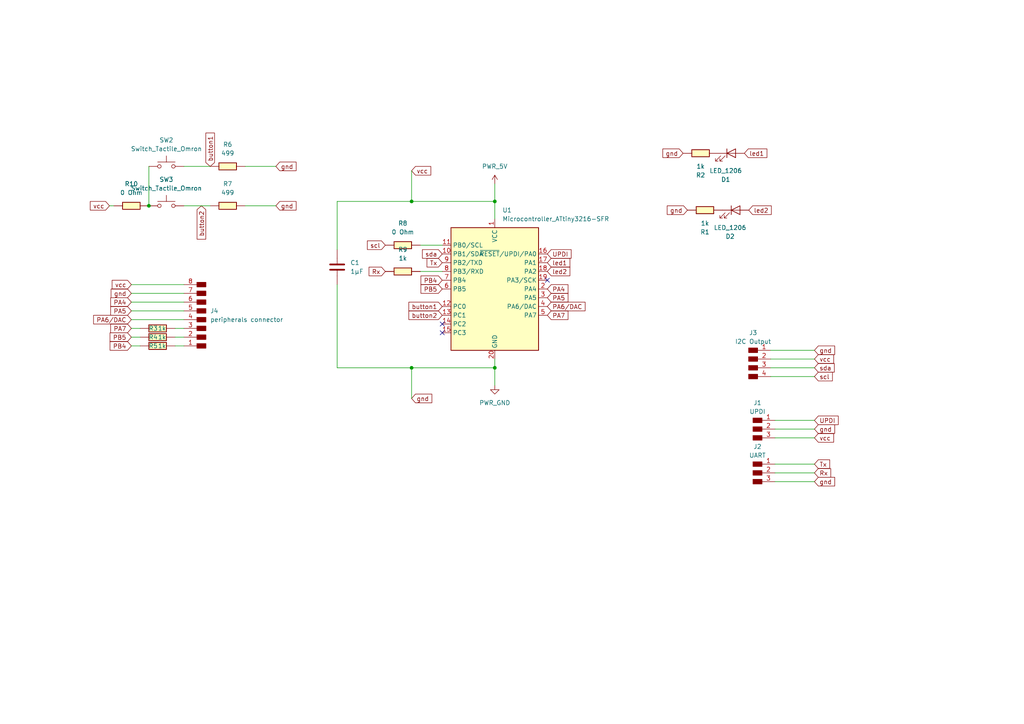
<source format=kicad_sch>
(kicad_sch (version 20231120) (generator "eeschema") (generator_version "8.0")
  (paper "A4")
  (lib_symbols
    (symbol "Fabac:C_1206" (pin_numbers hide)
      (property "Reference" "C" (at 0.635 2.54 0))
      (property "Value" "C_1206" (at 0.635 -2.54 0))
      (symbol "C_1206_0_1"
        (polyline (pts (xy -2.032 -0.762) (xy 2.032 -0.762)) (stroke (width 0.508)))
        (polyline (pts (xy -2.032 0.762) (xy 2.032 0.762)) (stroke (width 0.508)))
        (polyline (pts (xy 0 -0.635) (xy 0 -2.54)))
        (polyline (pts (xy 0 0.635) (xy 0 2.54)))
      )
      (symbol "C_1206_1_1"
        (pin passive line (at 0 5.08 270) (length 2.54) (name "~") (number "1"))
        (pin passive line (at 0 -5.08 90) (length 2.54) (name "~") (number "2"))
      )
    )
    (symbol "Fabac:Conn_PinHeader_1x03_P2.54mm_Horizontal_SMD" (pin_names hide)
      (property "Reference" "J" (at 0 5.08 0))
      (property "Value" "Conn_PinHeader_1x03_P2.54mm_Horizontal_SMD" (at 0 -5.08 0))
      (symbol "Conn_PinHeader_1x03_P2.54mm_Horizontal_SMD_1_1"
        (rectangle (start -1.27 -1.905) (end 1.27 -3.175) (stroke (width 0.254)) (fill (type outline)))
        (rectangle (start -1.27 0.635) (end 1.27 -0.635) (stroke (width 0.254)) (fill (type outline)))
        (rectangle (start -1.27 3.175) (end 1.27 1.905) (stroke (width 0.254)) (fill (type outline)))
        (pin passive line (at 5.08 2.54 180) (length 3.81) (name "Pin_1") (number "1"))
        (pin passive line (at 5.08 0 180) (length 3.81) (name "Pin_2") (number "2"))
        (pin passive line (at 5.08 -2.54 180) (length 3.81) (name "Pin_3") (number "3"))
      )
    )
    (symbol "Fabac:Conn_PinHeader_1x04_P2.54mm_Horizontal_SMD" (pin_names hide)
      (property "Reference" "J" (at 0 5.08 0))
      (property "Value" "Conn_PinHeader_1x04_P2.54mm_Horizontal_SMD" (at 0 -7.62 0))
      (symbol "Conn_PinHeader_1x04_P2.54mm_Horizontal_SMD_1_1"
        (rectangle (start -1.27 -4.445) (end 1.27 -5.715) (stroke (width 0.254)) (fill (type outline)))
        (rectangle (start -1.27 -1.905) (end 1.27 -3.175) (stroke (width 0.254)) (fill (type outline)))
        (rectangle (start -1.27 0.635) (end 1.27 -0.635) (stroke (width 0.254)) (fill (type outline)))
        (rectangle (start -1.27 3.175) (end 1.27 1.905) (stroke (width 0.254)) (fill (type outline)))
        (pin passive line (at 5.08 2.54 180) (length 3.81) (name "Pin_1") (number "1"))
        (pin passive line (at 5.08 0 180) (length 3.81) (name "Pin_2") (number "2"))
        (pin passive line (at 5.08 -2.54 180) (length 3.81) (name "Pin_3") (number "3"))
        (pin passive line (at 5.08 -5.08 180) (length 3.81) (name "Pin_4") (number "4"))
      )
    )
    (symbol "Fabac:Conn_PinHeader_1x08_P2.54mm_Vertical_THT_D1.4mm" (pin_names hide)
      (property "Reference" "J" (at 0 10.16 0))
      (property "Value" "Conn_PinHeader_1x08_P2.54mm_Vertical_THT_D1.4mm" (at 0 -12.7 0))
      (symbol "Conn_PinHeader_1x08_P2.54mm_Vertical_THT_D1.4mm_1_1"
        (rectangle (start -1.27 -9.525) (end 1.27 -10.795) (stroke (width 0.254)) (fill (type outline)))
        (rectangle (start -1.27 -6.985) (end 1.27 -8.255) (stroke (width 0.254)) (fill (type outline)))
        (rectangle (start -1.27 -4.445) (end 1.27 -5.715) (stroke (width 0.254)) (fill (type outline)))
        (rectangle (start -1.27 -1.905) (end 1.27 -3.175) (stroke (width 0.254)) (fill (type outline)))
        (rectangle (start -1.27 0.635) (end 1.27 -0.635) (stroke (width 0.254)) (fill (type outline)))
        (rectangle (start -1.27 3.175) (end 1.27 1.905) (stroke (width 0.254)) (fill (type outline)))
        (rectangle (start -1.27 5.715) (end 1.27 4.445) (stroke (width 0.254)) (fill (type outline)))
        (rectangle (start -1.27 8.255) (end 1.27 6.985) (stroke (width 0.254)) (fill (type outline)))
        (pin passive line (at 5.08 7.62 180) (length 3.81) (name "Pin_1") (number "1"))
        (pin passive line (at 5.08 5.08 180) (length 3.81) (name "Pin_2") (number "2"))
        (pin passive line (at 5.08 2.54 180) (length 3.81) (name "Pin_3") (number "3"))
        (pin passive line (at 5.08 0 180) (length 3.81) (name "Pin_4") (number "4"))
        (pin passive line (at 5.08 -2.54 180) (length 3.81) (name "Pin_5") (number "5"))
        (pin passive line (at 5.08 -5.08 180) (length 3.81) (name "Pin_6") (number "6"))
        (pin passive line (at 5.08 -7.62 180) (length 3.81) (name "Pin_7") (number "7"))
        (pin passive line (at 5.08 -10.16 180) (length 3.81) (name "Pin_8") (number "8"))
      )
    )
    (symbol "Fabac:LED_1206" (pin_numbers hide) (pin_names (offset 1.016) hide)
      (property "Reference" "D" (at 0 2.54 0))
      (property "Value" "LED_1206" (at 0 -2.54 0))
      (symbol "LED_1206_0_1"
        (polyline (pts (xy -1.27 -1.27) (xy -1.27 1.27)) (stroke (width 0.2032)))
        (polyline (pts (xy -1.27 0) (xy 1.27 0)))
        (polyline (pts (xy 1.27 -1.27) (xy 1.27 1.27) (xy -1.27 0) (xy 1.27 -1.27)) (stroke (width 0.2032)))
        (polyline (pts (xy -3.048 -0.762) (xy -4.572 -2.286) (xy -3.81 -2.286) (xy -4.572 -2.286) (xy -4.572 -1.524)))
        (polyline (pts (xy -1.778 -0.762) (xy -3.302 -2.286) (xy -2.54 -2.286) (xy -3.302 -2.286) (xy -3.302 -1.524)))
      )
      (symbol "LED_1206_1_1"
        (pin passive line (at -3.81 0 0) (length 2.54) (name "K") (number "1"))
        (pin passive line (at 3.81 0 180) (length 2.54) (name "A") (number "2"))
      )
    )
    (symbol "Fabac:Microcontroller_ATtiny3216-SFR"
      (property "Reference" "U" (at -12.7 20.32 0))
      (property "Value" "Microcontroller_ATtiny3216-SFR" (at 2.54 20.32 0))
      (symbol "Microcontroller_ATtiny3216-SFR_0_1"
        (rectangle (start -12.7 -17.78) (end 12.7 17.78) (stroke (width 0.254)) (fill (type background)))
      )
      (symbol "Microcontroller_ATtiny3216-SFR_1_1"
        (pin power_in line (at 0 20.32 270) (length 2.54) (name "VCC") (number "1"))
        (pin bidirectional line (at -15.24 10.16 0) (length 2.54) (name "PB1/SDA") (number "10"))
        (pin bidirectional line (at -15.24 12.7 0) (length 2.54) (name "PB0/SCL") (number "11"))
        (pin bidirectional line (at -15.24 -5.08 0) (length 2.54) (name "PC0") (number "12"))
        (pin bidirectional line (at -15.24 -7.62 0) (length 2.54) (name "PC1") (number "13"))
        (pin bidirectional line (at -15.24 -10.16 0) (length 2.54) (name "PC2") (number "14"))
        (pin bidirectional line (at -15.24 -12.7 0) (length 2.54) (name "PC3") (number "15"))
        (pin bidirectional line (at 15.24 10.16 180) (length 2.54) (name "~{RESET}/UPDI/PA0") (number "16"))
        (pin bidirectional line (at 15.24 7.62 180) (length 2.54) (name "PA1") (number "17"))
        (pin bidirectional line (at 15.24 5.08 180) (length 2.54) (name "PA2") (number "18"))
        (pin bidirectional line (at 15.24 2.54 180) (length 2.54) (name "PA3/SCK") (number "19"))
        (pin bidirectional line (at 15.24 0 180) (length 2.54) (name "PA4") (number "2"))
        (pin power_in line (at 0 -20.32 90) (length 2.54) (name "GND") (number "20"))
        (pin bidirectional line (at 15.24 -2.54 180) (length 2.54) (name "PA5") (number "3"))
        (pin bidirectional line (at 15.24 -5.08 180) (length 2.54) (name "PA6/DAC") (number "4"))
        (pin bidirectional line (at 15.24 -7.62 180) (length 2.54) (name "PA7") (number "5"))
        (pin bidirectional line (at -15.24 0 0) (length 2.54) (name "PB5") (number "6"))
        (pin bidirectional line (at -15.24 2.54 0) (length 2.54) (name "PB4") (number "7"))
        (pin bidirectional line (at -15.24 5.08 0) (length 2.54) (name "PB3/RXD") (number "8"))
        (pin bidirectional line (at -15.24 7.62 0) (length 2.54) (name "PB2/TXD") (number "9"))
      )
    )
    (symbol "Fabac:PWR_5V" (power) (pin_names (offset 0))
      (property "Value" "PWR_5V" (at 0 3.556 0))
      (symbol "PWR_5V_0_1"
        (polyline (pts (xy -0.762 1.27) (xy 0 2.54)))
        (polyline (pts (xy 0 0) (xy 0 2.54)))
        (polyline (pts (xy 0 2.54) (xy 0.762 1.27)))
      )
      (symbol "PWR_5V_1_1"
        (pin power_in line (at 0 0 90) (length 0) hide (name "PWR_5V") (number "1"))
      )
    )
    (symbol "Fabac:PWR_GND" (power) (pin_names (offset 0))
      (property "Value" "PWR_GND" (at 0 -3.81 0))
      (symbol "PWR_GND_0_1"
        (polyline (pts (xy 0 0) (xy 0 -1.27) (xy 1.27 -1.27) (xy 0 -2.54) (xy -1.27 -1.27) (xy 0 -1.27)))
      )
      (symbol "PWR_GND_1_1"
        (pin power_in line (at 0 0 270) (length 0) hide (name "PWR_GND") (number "1"))
      )
    )
    (symbol "Fabac:R_1206" (pin_numbers hide) (pin_names (offset 0))
      (property "Reference" "R" (at 2.54 0 90))
      (property "Value" "R_1206" (at -2.54 0 90))
      (symbol "R_1206_0_1"
        (rectangle (start -1.016 -2.54) (end 1.016 2.54) (stroke (width 0.254)) (fill (type background)))
      )
      (symbol "R_1206_1_1"
        (pin passive line (at 0 5.08 270) (length 2.54) (name "~") (number "1"))
        (pin passive line (at 0 -5.08 90) (length 2.54) (name "~") (number "2"))
      )
    )
    (symbol "Fabac:Switch_Tactile_Omron" (pin_numbers hide) (pin_names (offset 1.016) hide)
      (property "Reference" "SW" (at 1.27 2.54 0))
      (property "Value" "Switch_Tactile_Omron" (at 0 -1.524 0))
      (symbol "Switch_Tactile_Omron_0_1"
        (circle (center -2.032 0) (radius 0.508))
        (polyline (pts (xy 0 1.27) (xy 0 3.048)))
        (polyline (pts (xy 2.54 1.27) (xy -2.54 1.27)))
        (circle (center 2.032 0) (radius 0.508))
        (pin passive line (at -5.08 0 0) (length 2.54) (name "1") (number "1"))
        (pin passive line (at 5.08 0 180) (length 2.54) (name "2") (number "2"))
      )
    )
  )
  (junction (at 43.18 59.69))
  (junction (at 143.51 106.68))
  (junction (at 143.51 58.42))
  (junction (at 119.38 106.68))
  (junction (at 119.38 58.42))
  (no_connect (at 128.27 96.52))
  (no_connect (at 128.27 93.98))
  (no_connect (at 158.75 81.28))
  (wire (pts (xy 38.1 85.09) (xy 53.34 85.09)))
  (wire (pts (xy 38.1 87.63) (xy 53.34 87.63)))
  (wire (pts (xy 223.52 106.68) (xy 236.22 106.68)))
  (wire (pts (xy 53.34 59.69) (xy 60.96 59.69)))
  (wire (pts (xy 38.1 95.25) (xy 40.64 95.25)))
  (wire (pts (xy 50.8 97.79) (xy 53.34 97.79)))
  (wire (pts (xy 143.51 104.14) (xy 143.51 106.68)))
  (wire (pts (xy 97.79 106.68) (xy 119.38 106.68)))
  (wire (pts (xy 38.1 82.55) (xy 53.34 82.55)))
  (wire (pts (xy 43.18 48.26) (xy 43.18 59.69)))
  (wire (pts (xy 38.1 90.17) (xy 53.34 90.17)))
  (wire (pts (xy 143.51 58.42) (xy 143.51 63.5)))
  (wire (pts (xy 97.79 82.55) (xy 97.79 106.68)))
  (wire (pts (xy 121.92 71.12) (xy 128.27 71.12)))
  (wire (pts (xy 224.79 127) (xy 236.22 127)))
  (wire (pts (xy 119.38 58.42) (xy 97.79 58.42)))
  (wire (pts (xy 53.34 48.26) (xy 60.96 48.26)))
  (wire (pts (xy 119.38 106.68) (xy 143.51 106.68)))
  (wire (pts (xy 224.79 139.7) (xy 236.22 139.7)))
  (wire (pts (xy 224.79 137.16) (xy 236.22 137.16)))
  (wire (pts (xy 224.79 121.92) (xy 236.22 121.92)))
  (wire (pts (xy 223.52 109.22) (xy 236.22 109.22)))
  (wire (pts (xy 119.38 49.53) (xy 119.38 58.42)))
  (wire (pts (xy 38.1 92.71) (xy 53.34 92.71)))
  (wire (pts (xy 38.1 100.33) (xy 40.64 100.33)))
  (wire (pts (xy 143.51 106.68) (xy 143.51 111.76)))
  (wire (pts (xy 121.92 78.74) (xy 128.27 78.74)))
  (wire (pts (xy 50.8 95.25) (xy 53.34 95.25)))
  (wire (pts (xy 223.52 101.6) (xy 236.22 101.6)))
  (wire (pts (xy 71.12 48.26) (xy 80.01 48.26)))
  (wire (pts (xy 31.75 59.69) (xy 33.02 59.69)))
  (wire (pts (xy 224.79 124.46) (xy 236.22 124.46)))
  (wire (pts (xy 71.12 59.69) (xy 80.01 59.69)))
  (wire (pts (xy 143.51 58.42) (xy 119.38 58.42)))
  (wire (pts (xy 38.1 97.79) (xy 40.64 97.79)))
  (wire (pts (xy 50.8 100.33) (xy 53.34 100.33)))
  (wire (pts (xy 119.38 115.57) (xy 119.38 106.68)))
  (wire (pts (xy 224.79 134.62) (xy 236.22 134.62)))
  (wire (pts (xy 97.79 58.42) (xy 97.79 72.39)))
  (wire (pts (xy 143.51 53.34) (xy 143.51 58.42)))
  (wire (pts (xy 223.52 104.14) (xy 236.22 104.14)))
  (global_label "Tx" (shape input) (at 236.22 134.62 0) (property "Intersheetrefs" "${INTERSHEET_REFS}" (effects (hide yes))))
  (global_label "PA6{slash}DAC" (shape input) (at 158.75 88.9 0) (property "Intersheetrefs" "${INTERSHEET_REFS}" (effects (hide yes))))
  (global_label "PB4" (shape input) (at 128.27 81.28 180) (property "Intersheetrefs" "${INTERSHEET_REFS}" (effects (hide yes))))
  (global_label "scl" (shape input) (at 111.76 71.12 180) (property "Intersheetrefs" "${INTERSHEET_REFS}" (effects (hide yes))))
  (global_label "sda" (shape input) (at 236.22 106.68 0) (property "Intersheetrefs" "${INTERSHEET_REFS}" (effects (hide yes))))
  (global_label "Rx" (shape input) (at 236.22 137.16 0) (property "Intersheetrefs" "${INTERSHEET_REFS}" (effects (hide yes))))
  (global_label "PA6{slash}DAC" (shape input) (at 38.1 92.71 180) (property "Intersheetrefs" "${INTERSHEET_REFS}" (effects (hide yes))))
  (global_label "gnd" (shape input) (at 80.01 48.26 0) (property "Intersheetrefs" "${INTERSHEET_REFS}" (effects (hide yes))))
  (global_label "led2" (shape input) (at 158.75 78.74 0) (property "Intersheetrefs" "${INTERSHEET_REFS}" (effects (hide yes))))
  (global_label "vcc" (shape input) (at 236.22 104.14 0) (property "Intersheetrefs" "${INTERSHEET_REFS}" (effects (hide yes))))
  (global_label "button1" (shape input) (at 60.96 48.26 90) (property "Intersheetrefs" "${INTERSHEET_REFS}" (effects (hide yes))))
  (global_label "PB5" (shape input) (at 38.1 97.79 180) (property "Intersheetrefs" "${INTERSHEET_REFS}" (effects (hide yes))))
  (global_label "gnd" (shape input) (at 119.38 115.57 0) (property "Intersheetrefs" "${INTERSHEET_REFS}" (effects (hide yes))))
  (global_label "gnd" (shape input) (at 236.22 139.7 0) (property "Intersheetrefs" "${INTERSHEET_REFS}" (effects (hide yes))))
  (global_label "PA4" (shape input) (at 158.75 83.82 0) (property "Intersheetrefs" "${INTERSHEET_REFS}" (effects (hide yes))))
  (global_label "sda" (shape input) (at 128.27 73.66 180) (property "Intersheetrefs" "${INTERSHEET_REFS}" (effects (hide yes))))
  (global_label "gnd" (shape input) (at 236.22 124.46 0) (property "Intersheetrefs" "${INTERSHEET_REFS}" (effects (hide yes))))
  (global_label "button2" (shape input) (at 58.42 59.69 270) (property "Intersheetrefs" "${INTERSHEET_REFS}" (effects (hide yes))))
  (global_label "vcc" (shape input) (at 119.38 49.53 0) (property "Intersheetrefs" "${INTERSHEET_REFS}" (effects (hide yes))))
  (global_label "gnd" (shape input) (at 236.22 101.6 0) (property "Intersheetrefs" "${INTERSHEET_REFS}" (effects (hide yes))))
  (global_label "Rx" (shape input) (at 111.76 78.74 180) (property "Intersheetrefs" "${INTERSHEET_REFS}" (effects (hide yes))))
  (global_label "PA5" (shape input) (at 38.1 90.17 180) (property "Intersheetrefs" "${INTERSHEET_REFS}" (effects (hide yes))))
  (global_label "led1" (shape input) (at 158.75 76.2 0) (property "Intersheetrefs" "${INTERSHEET_REFS}" (effects (hide yes))))
  (global_label "PB4" (shape input) (at 38.1 100.33 180) (property "Intersheetrefs" "${INTERSHEET_REFS}" (effects (hide yes))))
  (global_label "scl" (shape input) (at 236.22 109.22 0) (property "Intersheetrefs" "${INTERSHEET_REFS}" (effects (hide yes))))
  (global_label "gnd" (shape input) (at 198.12 44.45 180) (property "Intersheetrefs" "${INTERSHEET_REFS}" (effects (hide yes))))
  (global_label "PB5" (shape input) (at 128.27 83.82 180) (property "Intersheetrefs" "${INTERSHEET_REFS}" (effects (hide yes))))
  (global_label "vcc" (shape input) (at 38.1 82.55 180) (property "Intersheetrefs" "${INTERSHEET_REFS}" (effects (hide yes))))
  (global_label "vcc" (shape input) (at 31.75 59.69 180) (property "Intersheetrefs" "${INTERSHEET_REFS}" (effects (hide yes))))
  (global_label "led1" (shape input) (at 215.9 44.45 0) (property "Intersheetrefs" "${INTERSHEET_REFS}" (effects (hide yes))))
  (global_label "gnd" (shape input) (at 80.01 59.69 0) (property "Intersheetrefs" "${INTERSHEET_REFS}" (effects (hide yes))))
  (global_label "PA7" (shape input) (at 38.1 95.25 180) (property "Intersheetrefs" "${INTERSHEET_REFS}" (effects (hide yes))))
  (global_label "PA5" (shape input) (at 158.75 86.36 0) (property "Intersheetrefs" "${INTERSHEET_REFS}" (effects (hide yes))))
  (global_label "gnd" (shape input) (at 199.39 60.96 180) (property "Intersheetrefs" "${INTERSHEET_REFS}" (effects (hide yes))))
  (global_label "UPDI" (shape input) (at 236.22 121.92 0) (property "Intersheetrefs" "${INTERSHEET_REFS}" (effects (hide yes))))
  (global_label "button2" (shape input) (at 128.27 91.44 180) (property "Intersheetrefs" "${INTERSHEET_REFS}" (effects (hide yes))))
  (global_label "vcc" (shape input) (at 236.22 127 0) (property "Intersheetrefs" "${INTERSHEET_REFS}" (effects (hide yes))))
  (global_label "UPDI" (shape input) (at 158.75 73.66 0) (property "Intersheetrefs" "${INTERSHEET_REFS}" (effects (hide yes))))
  (global_label "gnd" (shape input) (at 38.1 85.09 180) (property "Intersheetrefs" "${INTERSHEET_REFS}" (effects (hide yes))))
  (global_label "Tx" (shape input) (at 128.27 76.2 180) (property "Intersheetrefs" "${INTERSHEET_REFS}" (effects (hide yes))))
  (global_label "button1" (shape input) (at 128.27 88.9 180) (property "Intersheetrefs" "${INTERSHEET_REFS}" (effects (hide yes))))
  (global_label "PA4" (shape input) (at 38.1 87.63 180) (property "Intersheetrefs" "${INTERSHEET_REFS}" (effects (hide yes))))
  (global_label "led2" (shape input) (at 217.17 60.96 0) (property "Intersheetrefs" "${INTERSHEET_REFS}" (effects (hide yes))))
  (global_label "PA7" (shape input) (at 158.75 91.44 0) (property "Intersheetrefs" "${INTERSHEET_REFS}" (effects (hide yes))))
  (symbol (lib_id "Fabac:Switch_Tactile_Omron") (at 48.26 48.26 0) (unit 1)
    (property "Reference" "SW2" (at 48.26 40.64 0))
    (property "Value" "Switch_Tactile_Omron" (at 48.26 43.18 0))
    (property "Footprint" "Fabac:Button_Omron_B3SN_6.0x6.0mm" (effects (hide yes)))
    (property "Datasheet" "https://omronfs.omron.com/en_US/ecb/products/pdf/en-b3sn.pdf" (effects (hide yes)))
    (property "Description" "Push button switch, Omron, B3SN, Sealed Tactile Switch (SMT), SPST-NO Top Actuated Surface Mount" (effects (hide yes)))
  )
  (symbol (lib_id "Fabac:Switch_Tactile_Omron") (at 48.26 59.69 0) (unit 1)
    (property "Reference" "SW3" (at 48.26 52.07 0))
    (property "Value" "Switch_Tactile_Omron" (at 48.26 54.61 0))
    (property "Footprint" "Fabac:Button_Omron_B3SN_6.0x6.0mm" (effects (hide yes)))
    (property "Datasheet" "https://omronfs.omron.com/en_US/ecb/products/pdf/en-b3sn.pdf" (effects (hide yes)))
    (property "Description" "Push button switch, Omron, B3SN, Sealed Tactile Switch (SMT), SPST-NO Top Actuated Surface Mount" (effects (hide yes)))
  )
  (symbol (lib_id "Fabac:Conn_PinHeader_1x03_P2.54mm_Horizontal_SMD") (at 219.71 124.46 0) (unit 1)
    (property "Reference" "J1" (at 219.71 116.84 0))
    (property "Value" "UPDI" (at 219.71 119.38 0))
    (property "Footprint" "Fabac:PinHeader_1x03_P2.54mm_Horizontal_SMD" (effects (hide yes)))
    (property "Description" "Male connector, single row" (effects (hide yes)))
  )
  (symbol (lib_id "Fabac:R_1206") (at 38.1 59.69 90) (unit 1)
    (property "Reference" "R10" (at 38.1 53.34 90))
    (property "Value" "0 Ohm" (at 38.1 55.88 90))
    (property "Footprint" "Fabac:R_1206" (effects (hide yes)))
    (property "Description" "Resistor" (effects (hide yes)))
  )
  (symbol (lib_id "Fabac:C_1206") (at 97.79 77.47 0) (unit 1)
    (property "Reference" "C1" (at 101.6 76.1999 0) (effects (justify left)))
    (property "Value" "1µF" (at 101.6 78.7399 0) (effects (justify left)))
    (property "Footprint" "Fabac:C_1206" (effects (hide yes)))
    (property "Datasheet" "https://www.yageo.com/upload/media/product/productsearch/datasheet/mlcc/UPY-GP_NP0_16V-to-50V_18.pdf" (effects (hide yes)))
    (property "Description" "Unpolarized capacitor, SMD, 1206" (effects (hide yes)))
  )
  (symbol (lib_id "Fabac:R_1206") (at 66.04 59.69 90) (unit 1)
    (property "Reference" "R7" (at 66.04 53.34 90))
    (property "Value" "499" (at 66.04 55.88 90))
    (property "Footprint" "Fabac:R_1206" (effects (hide yes)))
    (property "Description" "Resistor" (effects (hide yes)))
  )
  (symbol (lib_id "Fabac:LED_1206") (at 213.36 60.96 0) (unit 1)
    (property "Reference" "D2" (at 211.7598 68.58 0))
    (property "Value" "LED_1206" (at 211.7598 66.04 0))
    (property "Footprint" "Fabac:LED_1206" (effects (hide yes)))
    (property "Datasheet" "https://optoelectronics.liteon.com/upload/download/DS-22-98-0002/LTST-C150CKT.pdf" (effects (hide yes)))
    (property "Description" "Light emitting diode, Lite-On Inc. LTST, SMD" (effects (hide yes)))
  )
  (symbol (lib_id "Fabac:Conn_PinHeader_1x03_P2.54mm_Horizontal_SMD") (at 219.71 137.16 0) (unit 1)
    (property "Reference" "J2" (at 219.71 129.54 0))
    (property "Value" "UART" (at 219.71 132.08 0))
    (property "Footprint" "Fabac:PinHeader_1x03_P2.54mm_Horizontal_SMD" (effects (hide yes)))
    (property "Description" "Male connector, single row" (effects (hide yes)))
  )
  (symbol (lib_id "Fabac:R_1206") (at 45.72 95.25 90) (unit 1)
    (property "Reference" "R3" (at 44.45 95.25 90))
    (property "Value" "1k" (at 46.99 95.25 90))
    (property "Footprint" "Fabac:R_1206" (effects (hide yes)))
    (property "Description" "Resistor" (effects (hide yes)))
  )
  (symbol (lib_id "Fabac:R_1206") (at 204.47 60.96 270) (unit 1)
    (property "Reference" "R1" (at 204.47 67.31 90))
    (property "Value" "1k" (at 204.47 64.77 90))
    (property "Footprint" "Fabac:R_1206" (effects (hide yes)))
    (property "Description" "Resistor" (effects (hide yes)))
  )
  (symbol (lib_id "Fabac:R_1206") (at 45.72 97.79 90) (unit 1)
    (property "Reference" "R4" (at 44.45 97.79 90))
    (property "Value" "1k" (at 46.99 97.79 90))
    (property "Footprint" "Fabac:R_1206" (effects (hide yes)))
    (property "Description" "Resistor" (effects (hide yes)))
  )
  (symbol (lib_id "Fabac:PWR_5V") (at 143.51 53.34 0) (unit 1)
    (property "Reference" "#PWR03" (effects (hide yes)))
    (property "Value" "PWR_5V" (at 143.51 48.26 0))
    (property "Description" "Power symbol creates a global label with name \"+5V\"" (effects (hide yes)))
  )
  (symbol (lib_id "Fabac:R_1206") (at 203.2 44.45 270) (unit 1)
    (property "Reference" "R2" (at 203.2 50.8 90))
    (property "Value" "1k" (at 203.2 48.26 90))
    (property "Footprint" "Fabac:R_1206" (effects (hide yes)))
    (property "Description" "Resistor" (effects (hide yes)))
  )
  (symbol (lib_id "Fabac:Conn_PinHeader_1x08_P2.54mm_Vertical_THT_D1.4mm") (at 58.42 92.71 180) (unit 1)
    (property "Reference" "J4" (at 60.96 90.1699 0) (effects (justify right)))
    (property "Value" "peripherals connector" (at 60.96 92.7099 0) (effects (justify right)))
    (property "Footprint" "Fabac:PinHeader_1x08_P2.54mm_Horizontal_SMD" (effects (hide yes)))
    (property "Description" "Connector Header Through Hole 8 positions 0.100\" (2.54mm)" (effects (hide yes)))
  )
  (symbol (lib_id "Fabac:Conn_PinHeader_1x04_P2.54mm_Horizontal_SMD") (at 218.44 104.14 0) (unit 1)
    (property "Reference" "J3" (at 218.44 96.52 0))
    (property "Value" "I2C Output" (at 218.44 99.06 0))
    (property "Footprint" "Fabac:PinHeader_1x04_P2.54mm_Horizontal_SMD" (effects (hide yes)))
    (property "Description" "Male connector, single row" (effects (hide yes)))
  )
  (symbol (lib_id "Fabac:R_1206") (at 116.84 78.74 90) (unit 1)
    (property "Reference" "R9" (at 116.84 72.39 90))
    (property "Value" "1k" (at 116.84 74.93 90))
    (property "Footprint" "Fabac:R_1206" (effects (hide yes)))
    (property "Description" "Resistor" (effects (hide yes)))
  )
  (symbol (lib_id "Fabac:R_1206") (at 66.04 48.26 90) (unit 1)
    (property "Reference" "R6" (at 66.04 41.91 90))
    (property "Value" "499" (at 66.04 44.45 90))
    (property "Footprint" "Fabac:R_1206" (effects (hide yes)))
    (property "Description" "Resistor" (effects (hide yes)))
  )
  (symbol (lib_id "Fabac:Microcontroller_ATtiny3216-SFR") (at 143.51 83.82 0) (unit 1)
    (property "Reference" "U1" (at 145.7041 60.96 0) (effects (justify left)))
    (property "Value" "Microcontroller_ATtiny3216-SFR" (at 145.7041 63.5 0) (effects (justify left)))
    (property "Footprint" "Fabac:SOIC-20_7.5x12.8mm_P1.27mm" (effects (hide yes)))
    (property "Datasheet" "http://ww1.microchip.com/downloads/en/DeviceDoc/ATtiny3216_ATtiny1616-data-sheet-40001997B.pdf" (effects (hide yes)))
    (property "Description" "AVR tinyAVR™ 1 Microcontroller IC 8-Bit 20MHz 32KB (32K x 8) FLASH 20-SOIC" (effects (hide yes)))
  )
  (symbol (lib_id "Fabac:R_1206") (at 116.84 71.12 90) (unit 1)
    (property "Reference" "R8" (at 116.84 64.77 90))
    (property "Value" "0 Ohm" (at 116.84 67.31 90))
    (property "Footprint" "Fabac:R_1206" (effects (hide yes)))
    (property "Description" "Resistor" (effects (hide yes)))
  )
  (symbol (lib_id "Fabac:R_1206") (at 45.72 100.33 90) (unit 1)
    (property "Reference" "R5" (at 44.45 100.33 90))
    (property "Value" "1k" (at 46.99 100.33 90))
    (property "Footprint" "Fabac:R_1206" (effects (hide yes)))
    (property "Description" "Resistor" (effects (hide yes)))
  )
  (symbol (lib_id "Fabac:PWR_GND") (at 143.51 111.76 0) (unit 1)
    (property "Reference" "#PWR01" (effects (hide yes)))
    (property "Value" "PWR_GND" (at 143.51 116.84 0))
    (property "Description" "Power symbol creates a global label with name \"GND\" , ground" (effects (hide yes)))
  )
  (symbol (lib_id "Fabac:LED_1206") (at 212.09 44.45 0) (unit 1)
    (property "Reference" "D1" (at 210.4898 52.07 0))
    (property "Value" "LED_1206" (at 210.4898 49.53 0))
    (property "Footprint" "Fabac:LED_1206" (effects (hide yes)))
    (property "Datasheet" "https://optoelectronics.liteon.com/upload/download/DS-22-98-0002/LTST-C150CKT.pdf" (effects (hide yes)))
    (property "Description" "Light emitting diode, Lite-On Inc. LTST, SMD" (effects (hide yes)))
  )
)
</source>
